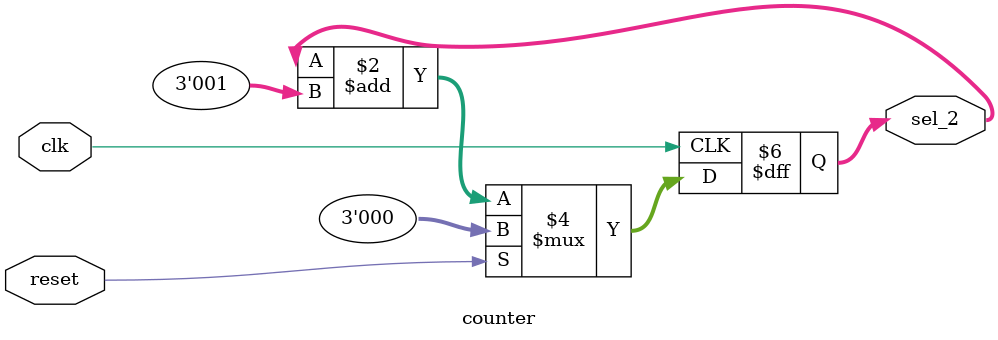
<source format=v>
module counter (input clk, input reset, output reg [2:0]sel_2);
    

//here write is acting as a reset
    always@(posedge clk)
        begin 
             if (reset) sel_2<=1'b0;
            else sel_2<=sel_2+3'b001;
        

        end
endmodule
</source>
